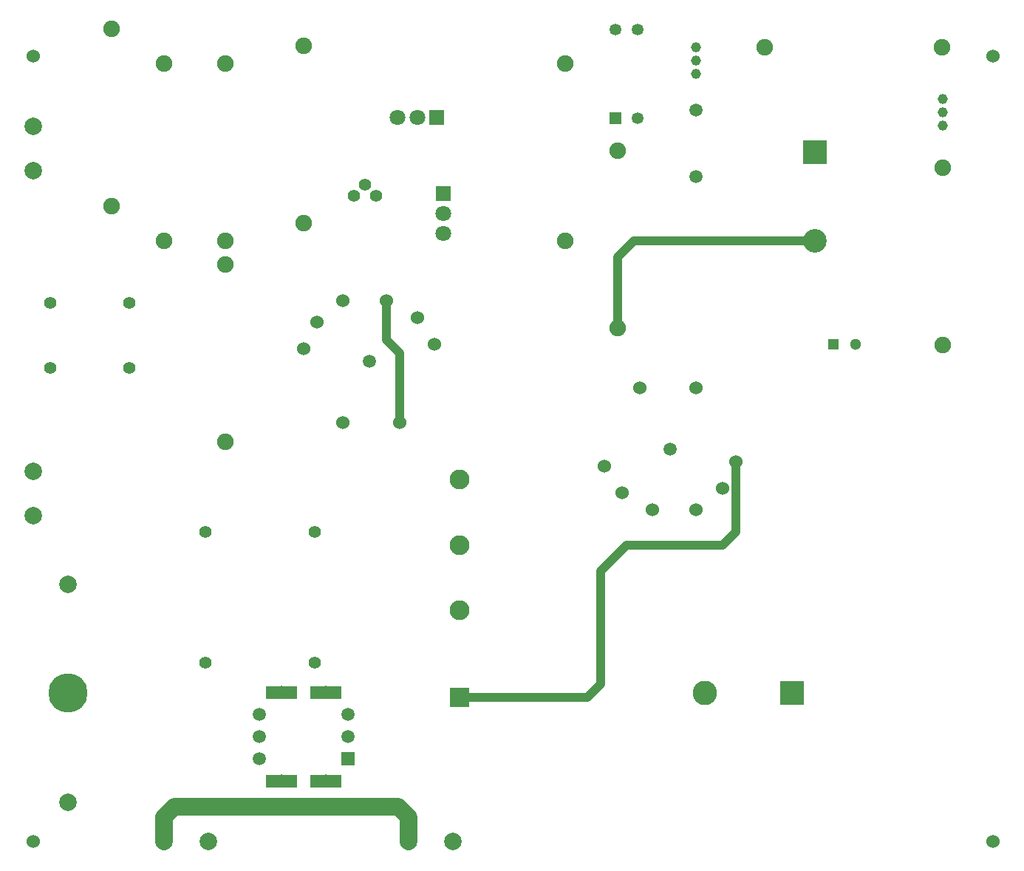
<source format=gbl>
G04*
G04 #@! TF.GenerationSoftware,Altium Limited,Altium Designer,21.6.4 (81)*
G04*
G04 Layer_Physical_Order=2*
G04 Layer_Color=16711680*
%FSLAX44Y44*%
%MOMM*%
G71*
G04*
G04 #@! TF.SameCoordinates,BB46096C-F4B4-4A6F-AF92-C5C7510F58E1*
G04*
G04*
G04 #@! TF.FilePolarity,Positive*
G04*
G01*
G75*
%ADD32C,1.0000*%
%ADD33C,2.0000*%
%ADD34C,1.5240*%
%ADD35C,1.5000*%
%ADD36R,2.2700X2.2700*%
%ADD37C,2.2700*%
%ADD38C,1.4000*%
%ADD39C,1.9000*%
%ADD40C,1.1500*%
%ADD41R,2.7000X2.7000*%
%ADD42C,2.7000*%
%ADD43R,1.3500X1.3500*%
%ADD44C,1.3500*%
%ADD45C,1.5080*%
%ADD46R,1.5080X1.5080*%
%ADD47C,4.5000*%
%ADD48C,2.0000*%
%ADD49C,2.8000*%
%ADD50R,2.8000X2.8000*%
%ADD51C,1.3000*%
%ADD52R,1.3000X1.3000*%
%ADD53R,1.8000X1.8000*%
%ADD54C,1.8000*%
%ADD55R,1.8000X1.8000*%
G36*
X317100Y126700D02*
X352100D01*
Y111700D01*
X317100D01*
Y126700D01*
D02*
G37*
G36*
X367900D02*
X402900D01*
Y111700D01*
X367900D01*
Y126700D01*
D02*
G37*
G36*
X317100Y228300D02*
X352100D01*
Y213300D01*
X317100D01*
Y228300D01*
D02*
G37*
G36*
X367900D02*
X402900D01*
Y213300D01*
X367900D01*
Y228300D01*
D02*
G37*
D32*
X840000Y390000D02*
X855160Y405160D01*
X855000Y485000D02*
X855160Y484840D01*
Y405160D02*
Y484840D01*
X730000Y390000D02*
X840000D01*
X700000Y360000D02*
X730000Y390000D01*
X700000Y230000D02*
Y360000D01*
X538500Y215000D02*
X685000D01*
X700000Y230000D01*
X470000Y530000D02*
Y610000D01*
X455000Y625000D02*
Y670000D01*
Y625000D02*
X470000Y610000D01*
X720000Y638400D02*
Y720000D01*
X738189Y738189D01*
X946326D01*
D33*
X480000Y50000D02*
Y78284D01*
X211716Y90000D02*
X468284D01*
X480000Y78284D01*
X200000D02*
X211716Y90000D01*
X200000Y50000D02*
Y78284D01*
D34*
X745000Y570000D02*
D03*
X810000D02*
D03*
X705000Y480000D02*
D03*
X725000Y450000D02*
D03*
X760000Y430000D02*
D03*
X810000D02*
D03*
X840000Y455000D02*
D03*
X855000Y485000D02*
D03*
X470000Y530000D02*
D03*
X405000D02*
D03*
X510000Y620000D02*
D03*
X490000Y650000D02*
D03*
X455000Y670000D02*
D03*
X405000D02*
D03*
X375000Y645000D02*
D03*
X360000Y615000D02*
D03*
X1150000Y50000D02*
D03*
Y950000D02*
D03*
X50000D02*
D03*
Y50000D02*
D03*
D35*
X780000Y500000D02*
D03*
X435000Y600000D02*
D03*
X810000Y888100D02*
D03*
Y811900D02*
D03*
D36*
X538500Y215000D02*
D03*
D37*
Y315000D02*
D03*
Y390000D02*
D03*
Y465000D02*
D03*
D38*
X247500Y255000D02*
D03*
Y405000D02*
D03*
X372500Y255000D02*
D03*
Y405000D02*
D03*
X430000Y802700D02*
D03*
X442700Y790000D02*
D03*
X417300D02*
D03*
X160000Y667500D02*
D03*
Y592500D02*
D03*
X69578Y667500D02*
D03*
Y592500D02*
D03*
D39*
X270000Y508400D02*
D03*
Y711600D02*
D03*
X140000Y981600D02*
D03*
Y778400D02*
D03*
X888400Y960000D02*
D03*
X1091600D02*
D03*
X1092796Y618669D02*
D03*
Y821869D02*
D03*
X360000Y961600D02*
D03*
Y758400D02*
D03*
X200000Y941600D02*
D03*
Y738400D02*
D03*
X660000D02*
D03*
Y941600D02*
D03*
X720000Y638400D02*
D03*
Y841600D02*
D03*
X270000Y738400D02*
D03*
Y941600D02*
D03*
D40*
X1092796Y870735D02*
D03*
Y885735D02*
D03*
Y900735D02*
D03*
X810000Y960000D02*
D03*
Y945000D02*
D03*
Y930000D02*
D03*
D41*
X946326Y839789D02*
D03*
D42*
Y738189D02*
D03*
D43*
X717300Y879200D02*
D03*
D44*
X742700D02*
D03*
X717300Y980800D02*
D03*
X742700D02*
D03*
D45*
X410800Y195400D02*
D03*
X309200D02*
D03*
X334600Y220800D02*
D03*
Y119200D02*
D03*
X385400Y220800D02*
D03*
Y119200D02*
D03*
X309200Y170000D02*
D03*
X410800D02*
D03*
X309200Y144600D02*
D03*
D46*
X410800D02*
D03*
D47*
X90000Y220000D02*
D03*
D48*
Y95000D02*
D03*
Y345000D02*
D03*
X200000Y50000D02*
D03*
X250800D02*
D03*
X480000D02*
D03*
X530800D02*
D03*
X50000Y819200D02*
D03*
Y870000D02*
D03*
Y423800D02*
D03*
Y474600D02*
D03*
D49*
X820000Y220000D02*
D03*
D50*
X920000D02*
D03*
D51*
X992700Y620000D02*
D03*
D52*
X967300D02*
D03*
D53*
X512800Y880000D02*
D03*
D54*
X467200D02*
D03*
X490000D02*
D03*
X520000Y747200D02*
D03*
Y770000D02*
D03*
D55*
Y792800D02*
D03*
M02*

</source>
